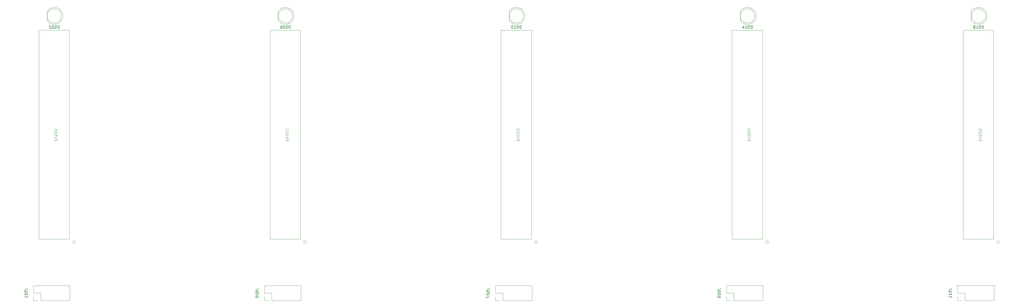
<source format=gbr>
%TF.GenerationSoftware,KiCad,Pcbnew,7.0.8*%
%TF.CreationDate,2023-11-15T12:02:35+01:00*%
%TF.ProjectId,JL,4a4c2e6b-6963-4616-945f-706362585858,rev?*%
%TF.SameCoordinates,Original*%
%TF.FileFunction,Legend,Bot*%
%TF.FilePolarity,Positive*%
%FSLAX46Y46*%
G04 Gerber Fmt 4.6, Leading zero omitted, Abs format (unit mm)*
G04 Created by KiCad (PCBNEW 7.0.8) date 2023-11-15 12:02:35*
%MOMM*%
%LPD*%
G01*
G04 APERTURE LIST*
%ADD10C,0.150000*%
%ADD11C,0.100000*%
%ADD12C,0.120000*%
G04 APERTURE END LIST*
D10*
X186255501Y-609442308D02*
X186969786Y-609442308D01*
X186969786Y-609442308D02*
X187112643Y-609394689D01*
X187112643Y-609394689D02*
X187207882Y-609299451D01*
X187207882Y-609299451D02*
X187255501Y-609156594D01*
X187255501Y-609156594D02*
X187255501Y-609061356D01*
X186255501Y-610394689D02*
X186255501Y-609918499D01*
X186255501Y-609918499D02*
X186731691Y-609870880D01*
X186731691Y-609870880D02*
X186684072Y-609918499D01*
X186684072Y-609918499D02*
X186636453Y-610013737D01*
X186636453Y-610013737D02*
X186636453Y-610251832D01*
X186636453Y-610251832D02*
X186684072Y-610347070D01*
X186684072Y-610347070D02*
X186731691Y-610394689D01*
X186731691Y-610394689D02*
X186826929Y-610442308D01*
X186826929Y-610442308D02*
X187065024Y-610442308D01*
X187065024Y-610442308D02*
X187160262Y-610394689D01*
X187160262Y-610394689D02*
X187207882Y-610347070D01*
X187207882Y-610347070D02*
X187255501Y-610251832D01*
X187255501Y-610251832D02*
X187255501Y-610013737D01*
X187255501Y-610013737D02*
X187207882Y-609918499D01*
X187207882Y-609918499D02*
X187160262Y-609870880D01*
X186255501Y-611061356D02*
X186255501Y-611156594D01*
X186255501Y-611156594D02*
X186303120Y-611251832D01*
X186303120Y-611251832D02*
X186350739Y-611299451D01*
X186350739Y-611299451D02*
X186445977Y-611347070D01*
X186445977Y-611347070D02*
X186636453Y-611394689D01*
X186636453Y-611394689D02*
X186874548Y-611394689D01*
X186874548Y-611394689D02*
X187065024Y-611347070D01*
X187065024Y-611347070D02*
X187160262Y-611299451D01*
X187160262Y-611299451D02*
X187207882Y-611251832D01*
X187207882Y-611251832D02*
X187255501Y-611156594D01*
X187255501Y-611156594D02*
X187255501Y-611061356D01*
X187255501Y-611061356D02*
X187207882Y-610966118D01*
X187207882Y-610966118D02*
X187160262Y-610918499D01*
X187160262Y-610918499D02*
X187065024Y-610870880D01*
X187065024Y-610870880D02*
X186874548Y-610823261D01*
X186874548Y-610823261D02*
X186636453Y-610823261D01*
X186636453Y-610823261D02*
X186445977Y-610870880D01*
X186445977Y-610870880D02*
X186350739Y-610918499D01*
X186350739Y-610918499D02*
X186303120Y-610966118D01*
X186303120Y-610966118D02*
X186255501Y-611061356D01*
X186255501Y-612299451D02*
X186255501Y-611823261D01*
X186255501Y-611823261D02*
X186731691Y-611775642D01*
X186731691Y-611775642D02*
X186684072Y-611823261D01*
X186684072Y-611823261D02*
X186636453Y-611918499D01*
X186636453Y-611918499D02*
X186636453Y-612156594D01*
X186636453Y-612156594D02*
X186684072Y-612251832D01*
X186684072Y-612251832D02*
X186731691Y-612299451D01*
X186731691Y-612299451D02*
X186826929Y-612347070D01*
X186826929Y-612347070D02*
X187065024Y-612347070D01*
X187065024Y-612347070D02*
X187160262Y-612299451D01*
X187160262Y-612299451D02*
X187207882Y-612251832D01*
X187207882Y-612251832D02*
X187255501Y-612156594D01*
X187255501Y-612156594D02*
X187255501Y-611918499D01*
X187255501Y-611918499D02*
X187207882Y-611823261D01*
X187207882Y-611823261D02*
X187160262Y-611775642D01*
D11*
X196703262Y-556670642D02*
X197179453Y-557003975D01*
X196703262Y-557242070D02*
X197703262Y-557242070D01*
X197703262Y-557242070D02*
X197703262Y-556861118D01*
X197703262Y-556861118D02*
X197655643Y-556765880D01*
X197655643Y-556765880D02*
X197608024Y-556718261D01*
X197608024Y-556718261D02*
X197512786Y-556670642D01*
X197512786Y-556670642D02*
X197369929Y-556670642D01*
X197369929Y-556670642D02*
X197274691Y-556718261D01*
X197274691Y-556718261D02*
X197227072Y-556765880D01*
X197227072Y-556765880D02*
X197179453Y-556861118D01*
X197179453Y-556861118D02*
X197179453Y-557242070D01*
X197703262Y-556384927D02*
X196703262Y-556051594D01*
X196703262Y-556051594D02*
X197703262Y-555718261D01*
X197703262Y-554908737D02*
X197703262Y-555384927D01*
X197703262Y-555384927D02*
X197227072Y-555432546D01*
X197227072Y-555432546D02*
X197274691Y-555384927D01*
X197274691Y-555384927D02*
X197322310Y-555289689D01*
X197322310Y-555289689D02*
X197322310Y-555051594D01*
X197322310Y-555051594D02*
X197274691Y-554956356D01*
X197274691Y-554956356D02*
X197227072Y-554908737D01*
X197227072Y-554908737D02*
X197131834Y-554861118D01*
X197131834Y-554861118D02*
X196893739Y-554861118D01*
X196893739Y-554861118D02*
X196798501Y-554908737D01*
X196798501Y-554908737D02*
X196750882Y-554956356D01*
X196750882Y-554956356D02*
X196703262Y-555051594D01*
X196703262Y-555051594D02*
X196703262Y-555289689D01*
X196703262Y-555289689D02*
X196750882Y-555384927D01*
X196750882Y-555384927D02*
X196798501Y-555432546D01*
X197703262Y-554242070D02*
X197703262Y-554146832D01*
X197703262Y-554146832D02*
X197655643Y-554051594D01*
X197655643Y-554051594D02*
X197608024Y-554003975D01*
X197608024Y-554003975D02*
X197512786Y-553956356D01*
X197512786Y-553956356D02*
X197322310Y-553908737D01*
X197322310Y-553908737D02*
X197084215Y-553908737D01*
X197084215Y-553908737D02*
X196893739Y-553956356D01*
X196893739Y-553956356D02*
X196798501Y-554003975D01*
X196798501Y-554003975D02*
X196750882Y-554051594D01*
X196750882Y-554051594D02*
X196703262Y-554146832D01*
X196703262Y-554146832D02*
X196703262Y-554242070D01*
X196703262Y-554242070D02*
X196750882Y-554337308D01*
X196750882Y-554337308D02*
X196798501Y-554384927D01*
X196798501Y-554384927D02*
X196893739Y-554432546D01*
X196893739Y-554432546D02*
X197084215Y-554480165D01*
X197084215Y-554480165D02*
X197322310Y-554480165D01*
X197322310Y-554480165D02*
X197512786Y-554432546D01*
X197512786Y-554432546D02*
X197608024Y-554384927D01*
X197608024Y-554384927D02*
X197655643Y-554337308D01*
X197655643Y-554337308D02*
X197703262Y-554242070D01*
X197608024Y-553527784D02*
X197655643Y-553480165D01*
X197655643Y-553480165D02*
X197703262Y-553384927D01*
X197703262Y-553384927D02*
X197703262Y-553146832D01*
X197703262Y-553146832D02*
X197655643Y-553051594D01*
X197655643Y-553051594D02*
X197608024Y-553003975D01*
X197608024Y-553003975D02*
X197512786Y-552956356D01*
X197512786Y-552956356D02*
X197417548Y-552956356D01*
X197417548Y-552956356D02*
X197274691Y-553003975D01*
X197274691Y-553003975D02*
X196703262Y-553575403D01*
X196703262Y-553575403D02*
X196703262Y-552956356D01*
X277703262Y-556670642D02*
X278179453Y-557003975D01*
X277703262Y-557242070D02*
X278703262Y-557242070D01*
X278703262Y-557242070D02*
X278703262Y-556861118D01*
X278703262Y-556861118D02*
X278655643Y-556765880D01*
X278655643Y-556765880D02*
X278608024Y-556718261D01*
X278608024Y-556718261D02*
X278512786Y-556670642D01*
X278512786Y-556670642D02*
X278369929Y-556670642D01*
X278369929Y-556670642D02*
X278274691Y-556718261D01*
X278274691Y-556718261D02*
X278227072Y-556765880D01*
X278227072Y-556765880D02*
X278179453Y-556861118D01*
X278179453Y-556861118D02*
X278179453Y-557242070D01*
X278703262Y-556384927D02*
X277703262Y-556051594D01*
X277703262Y-556051594D02*
X278703262Y-555718261D01*
X278703262Y-554908737D02*
X278703262Y-555384927D01*
X278703262Y-555384927D02*
X278227072Y-555432546D01*
X278227072Y-555432546D02*
X278274691Y-555384927D01*
X278274691Y-555384927D02*
X278322310Y-555289689D01*
X278322310Y-555289689D02*
X278322310Y-555051594D01*
X278322310Y-555051594D02*
X278274691Y-554956356D01*
X278274691Y-554956356D02*
X278227072Y-554908737D01*
X278227072Y-554908737D02*
X278131834Y-554861118D01*
X278131834Y-554861118D02*
X277893739Y-554861118D01*
X277893739Y-554861118D02*
X277798501Y-554908737D01*
X277798501Y-554908737D02*
X277750882Y-554956356D01*
X277750882Y-554956356D02*
X277703262Y-555051594D01*
X277703262Y-555051594D02*
X277703262Y-555289689D01*
X277703262Y-555289689D02*
X277750882Y-555384927D01*
X277750882Y-555384927D02*
X277798501Y-555432546D01*
X278703262Y-554242070D02*
X278703262Y-554146832D01*
X278703262Y-554146832D02*
X278655643Y-554051594D01*
X278655643Y-554051594D02*
X278608024Y-554003975D01*
X278608024Y-554003975D02*
X278512786Y-553956356D01*
X278512786Y-553956356D02*
X278322310Y-553908737D01*
X278322310Y-553908737D02*
X278084215Y-553908737D01*
X278084215Y-553908737D02*
X277893739Y-553956356D01*
X277893739Y-553956356D02*
X277798501Y-554003975D01*
X277798501Y-554003975D02*
X277750882Y-554051594D01*
X277750882Y-554051594D02*
X277703262Y-554146832D01*
X277703262Y-554146832D02*
X277703262Y-554242070D01*
X277703262Y-554242070D02*
X277750882Y-554337308D01*
X277750882Y-554337308D02*
X277798501Y-554384927D01*
X277798501Y-554384927D02*
X277893739Y-554432546D01*
X277893739Y-554432546D02*
X278084215Y-554480165D01*
X278084215Y-554480165D02*
X278322310Y-554480165D01*
X278322310Y-554480165D02*
X278512786Y-554432546D01*
X278512786Y-554432546D02*
X278608024Y-554384927D01*
X278608024Y-554384927D02*
X278655643Y-554337308D01*
X278655643Y-554337308D02*
X278703262Y-554242070D01*
X278703262Y-553575403D02*
X278703262Y-552956356D01*
X278703262Y-552956356D02*
X278322310Y-553289689D01*
X278322310Y-553289689D02*
X278322310Y-553146832D01*
X278322310Y-553146832D02*
X278274691Y-553051594D01*
X278274691Y-553051594D02*
X278227072Y-553003975D01*
X278227072Y-553003975D02*
X278131834Y-552956356D01*
X278131834Y-552956356D02*
X277893739Y-552956356D01*
X277893739Y-552956356D02*
X277798501Y-553003975D01*
X277798501Y-553003975D02*
X277750882Y-553051594D01*
X277750882Y-553051594D02*
X277703262Y-553146832D01*
X277703262Y-553146832D02*
X277703262Y-553432546D01*
X277703262Y-553432546D02*
X277750882Y-553527784D01*
X277750882Y-553527784D02*
X277798501Y-553575403D01*
D10*
X441361157Y-517762842D02*
X441361157Y-516762842D01*
X441361157Y-516762842D02*
X441123062Y-516762842D01*
X441123062Y-516762842D02*
X440980205Y-516810461D01*
X440980205Y-516810461D02*
X440884967Y-516905699D01*
X440884967Y-516905699D02*
X440837348Y-517000937D01*
X440837348Y-517000937D02*
X440789729Y-517191413D01*
X440789729Y-517191413D02*
X440789729Y-517334270D01*
X440789729Y-517334270D02*
X440837348Y-517524746D01*
X440837348Y-517524746D02*
X440884967Y-517619984D01*
X440884967Y-517619984D02*
X440980205Y-517715223D01*
X440980205Y-517715223D02*
X441123062Y-517762842D01*
X441123062Y-517762842D02*
X441361157Y-517762842D01*
X439884967Y-516762842D02*
X440361157Y-516762842D01*
X440361157Y-516762842D02*
X440408776Y-517239032D01*
X440408776Y-517239032D02*
X440361157Y-517191413D01*
X440361157Y-517191413D02*
X440265919Y-517143794D01*
X440265919Y-517143794D02*
X440027824Y-517143794D01*
X440027824Y-517143794D02*
X439932586Y-517191413D01*
X439932586Y-517191413D02*
X439884967Y-517239032D01*
X439884967Y-517239032D02*
X439837348Y-517334270D01*
X439837348Y-517334270D02*
X439837348Y-517572365D01*
X439837348Y-517572365D02*
X439884967Y-517667603D01*
X439884967Y-517667603D02*
X439932586Y-517715223D01*
X439932586Y-517715223D02*
X440027824Y-517762842D01*
X440027824Y-517762842D02*
X440265919Y-517762842D01*
X440265919Y-517762842D02*
X440361157Y-517715223D01*
X440361157Y-517715223D02*
X440408776Y-517667603D01*
X438884967Y-517762842D02*
X439456395Y-517762842D01*
X439170681Y-517762842D02*
X439170681Y-516762842D01*
X439170681Y-516762842D02*
X439265919Y-516905699D01*
X439265919Y-516905699D02*
X439361157Y-517000937D01*
X439361157Y-517000937D02*
X439456395Y-517048556D01*
X438313538Y-517191413D02*
X438408776Y-517143794D01*
X438408776Y-517143794D02*
X438456395Y-517096175D01*
X438456395Y-517096175D02*
X438504014Y-517000937D01*
X438504014Y-517000937D02*
X438504014Y-516953318D01*
X438504014Y-516953318D02*
X438456395Y-516858080D01*
X438456395Y-516858080D02*
X438408776Y-516810461D01*
X438408776Y-516810461D02*
X438313538Y-516762842D01*
X438313538Y-516762842D02*
X438123062Y-516762842D01*
X438123062Y-516762842D02*
X438027824Y-516810461D01*
X438027824Y-516810461D02*
X437980205Y-516858080D01*
X437980205Y-516858080D02*
X437932586Y-516953318D01*
X437932586Y-516953318D02*
X437932586Y-517000937D01*
X437932586Y-517000937D02*
X437980205Y-517096175D01*
X437980205Y-517096175D02*
X438027824Y-517143794D01*
X438027824Y-517143794D02*
X438123062Y-517191413D01*
X438123062Y-517191413D02*
X438313538Y-517191413D01*
X438313538Y-517191413D02*
X438408776Y-517239032D01*
X438408776Y-517239032D02*
X438456395Y-517286651D01*
X438456395Y-517286651D02*
X438504014Y-517381889D01*
X438504014Y-517381889D02*
X438504014Y-517572365D01*
X438504014Y-517572365D02*
X438456395Y-517667603D01*
X438456395Y-517667603D02*
X438408776Y-517715223D01*
X438408776Y-517715223D02*
X438313538Y-517762842D01*
X438313538Y-517762842D02*
X438123062Y-517762842D01*
X438123062Y-517762842D02*
X438027824Y-517715223D01*
X438027824Y-517715223D02*
X437980205Y-517667603D01*
X437980205Y-517667603D02*
X437932586Y-517572365D01*
X437932586Y-517572365D02*
X437932586Y-517381889D01*
X437932586Y-517381889D02*
X437980205Y-517286651D01*
X437980205Y-517286651D02*
X438027824Y-517239032D01*
X438027824Y-517239032D02*
X438123062Y-517191413D01*
X429255501Y-609442308D02*
X429969786Y-609442308D01*
X429969786Y-609442308D02*
X430112643Y-609394689D01*
X430112643Y-609394689D02*
X430207882Y-609299451D01*
X430207882Y-609299451D02*
X430255501Y-609156594D01*
X430255501Y-609156594D02*
X430255501Y-609061356D01*
X429255501Y-610394689D02*
X429255501Y-609918499D01*
X429255501Y-609918499D02*
X429731691Y-609870880D01*
X429731691Y-609870880D02*
X429684072Y-609918499D01*
X429684072Y-609918499D02*
X429636453Y-610013737D01*
X429636453Y-610013737D02*
X429636453Y-610251832D01*
X429636453Y-610251832D02*
X429684072Y-610347070D01*
X429684072Y-610347070D02*
X429731691Y-610394689D01*
X429731691Y-610394689D02*
X429826929Y-610442308D01*
X429826929Y-610442308D02*
X430065024Y-610442308D01*
X430065024Y-610442308D02*
X430160262Y-610394689D01*
X430160262Y-610394689D02*
X430207882Y-610347070D01*
X430207882Y-610347070D02*
X430255501Y-610251832D01*
X430255501Y-610251832D02*
X430255501Y-610013737D01*
X430255501Y-610013737D02*
X430207882Y-609918499D01*
X430207882Y-609918499D02*
X430160262Y-609870880D01*
X430255501Y-611394689D02*
X430255501Y-610823261D01*
X430255501Y-611108975D02*
X429255501Y-611108975D01*
X429255501Y-611108975D02*
X429398358Y-611013737D01*
X429398358Y-611013737D02*
X429493596Y-610918499D01*
X429493596Y-610918499D02*
X429541215Y-610823261D01*
X430255501Y-612347070D02*
X430255501Y-611775642D01*
X430255501Y-612061356D02*
X429255501Y-612061356D01*
X429255501Y-612061356D02*
X429398358Y-611966118D01*
X429398358Y-611966118D02*
X429493596Y-611870880D01*
X429493596Y-611870880D02*
X429541215Y-611775642D01*
X360361157Y-517762842D02*
X360361157Y-516762842D01*
X360361157Y-516762842D02*
X360123062Y-516762842D01*
X360123062Y-516762842D02*
X359980205Y-516810461D01*
X359980205Y-516810461D02*
X359884967Y-516905699D01*
X359884967Y-516905699D02*
X359837348Y-517000937D01*
X359837348Y-517000937D02*
X359789729Y-517191413D01*
X359789729Y-517191413D02*
X359789729Y-517334270D01*
X359789729Y-517334270D02*
X359837348Y-517524746D01*
X359837348Y-517524746D02*
X359884967Y-517619984D01*
X359884967Y-517619984D02*
X359980205Y-517715223D01*
X359980205Y-517715223D02*
X360123062Y-517762842D01*
X360123062Y-517762842D02*
X360361157Y-517762842D01*
X358884967Y-516762842D02*
X359361157Y-516762842D01*
X359361157Y-516762842D02*
X359408776Y-517239032D01*
X359408776Y-517239032D02*
X359361157Y-517191413D01*
X359361157Y-517191413D02*
X359265919Y-517143794D01*
X359265919Y-517143794D02*
X359027824Y-517143794D01*
X359027824Y-517143794D02*
X358932586Y-517191413D01*
X358932586Y-517191413D02*
X358884967Y-517239032D01*
X358884967Y-517239032D02*
X358837348Y-517334270D01*
X358837348Y-517334270D02*
X358837348Y-517572365D01*
X358837348Y-517572365D02*
X358884967Y-517667603D01*
X358884967Y-517667603D02*
X358932586Y-517715223D01*
X358932586Y-517715223D02*
X359027824Y-517762842D01*
X359027824Y-517762842D02*
X359265919Y-517762842D01*
X359265919Y-517762842D02*
X359361157Y-517715223D01*
X359361157Y-517715223D02*
X359408776Y-517667603D01*
X357884967Y-517762842D02*
X358456395Y-517762842D01*
X358170681Y-517762842D02*
X358170681Y-516762842D01*
X358170681Y-516762842D02*
X358265919Y-516905699D01*
X358265919Y-516905699D02*
X358361157Y-517000937D01*
X358361157Y-517000937D02*
X358456395Y-517048556D01*
X357027824Y-517096175D02*
X357027824Y-517762842D01*
X357265919Y-516715223D02*
X357504014Y-517429508D01*
X357504014Y-517429508D02*
X356884967Y-517429508D01*
D11*
X115703262Y-556670642D02*
X116179453Y-557003975D01*
X115703262Y-557242070D02*
X116703262Y-557242070D01*
X116703262Y-557242070D02*
X116703262Y-556861118D01*
X116703262Y-556861118D02*
X116655643Y-556765880D01*
X116655643Y-556765880D02*
X116608024Y-556718261D01*
X116608024Y-556718261D02*
X116512786Y-556670642D01*
X116512786Y-556670642D02*
X116369929Y-556670642D01*
X116369929Y-556670642D02*
X116274691Y-556718261D01*
X116274691Y-556718261D02*
X116227072Y-556765880D01*
X116227072Y-556765880D02*
X116179453Y-556861118D01*
X116179453Y-556861118D02*
X116179453Y-557242070D01*
X116703262Y-556384927D02*
X115703262Y-556051594D01*
X115703262Y-556051594D02*
X116703262Y-555718261D01*
X116703262Y-554908737D02*
X116703262Y-555384927D01*
X116703262Y-555384927D02*
X116227072Y-555432546D01*
X116227072Y-555432546D02*
X116274691Y-555384927D01*
X116274691Y-555384927D02*
X116322310Y-555289689D01*
X116322310Y-555289689D02*
X116322310Y-555051594D01*
X116322310Y-555051594D02*
X116274691Y-554956356D01*
X116274691Y-554956356D02*
X116227072Y-554908737D01*
X116227072Y-554908737D02*
X116131834Y-554861118D01*
X116131834Y-554861118D02*
X115893739Y-554861118D01*
X115893739Y-554861118D02*
X115798501Y-554908737D01*
X115798501Y-554908737D02*
X115750882Y-554956356D01*
X115750882Y-554956356D02*
X115703262Y-555051594D01*
X115703262Y-555051594D02*
X115703262Y-555289689D01*
X115703262Y-555289689D02*
X115750882Y-555384927D01*
X115750882Y-555384927D02*
X115798501Y-555432546D01*
X116703262Y-554242070D02*
X116703262Y-554146832D01*
X116703262Y-554146832D02*
X116655643Y-554051594D01*
X116655643Y-554051594D02*
X116608024Y-554003975D01*
X116608024Y-554003975D02*
X116512786Y-553956356D01*
X116512786Y-553956356D02*
X116322310Y-553908737D01*
X116322310Y-553908737D02*
X116084215Y-553908737D01*
X116084215Y-553908737D02*
X115893739Y-553956356D01*
X115893739Y-553956356D02*
X115798501Y-554003975D01*
X115798501Y-554003975D02*
X115750882Y-554051594D01*
X115750882Y-554051594D02*
X115703262Y-554146832D01*
X115703262Y-554146832D02*
X115703262Y-554242070D01*
X115703262Y-554242070D02*
X115750882Y-554337308D01*
X115750882Y-554337308D02*
X115798501Y-554384927D01*
X115798501Y-554384927D02*
X115893739Y-554432546D01*
X115893739Y-554432546D02*
X116084215Y-554480165D01*
X116084215Y-554480165D02*
X116322310Y-554480165D01*
X116322310Y-554480165D02*
X116512786Y-554432546D01*
X116512786Y-554432546D02*
X116608024Y-554384927D01*
X116608024Y-554384927D02*
X116655643Y-554337308D01*
X116655643Y-554337308D02*
X116703262Y-554242070D01*
X115703262Y-552956356D02*
X115703262Y-553527784D01*
X115703262Y-553242070D02*
X116703262Y-553242070D01*
X116703262Y-553242070D02*
X116560405Y-553337308D01*
X116560405Y-553337308D02*
X116465167Y-553432546D01*
X116465167Y-553432546D02*
X116417548Y-553527784D01*
D10*
X117361157Y-517762842D02*
X117361157Y-516762842D01*
X117361157Y-516762842D02*
X117123062Y-516762842D01*
X117123062Y-516762842D02*
X116980205Y-516810461D01*
X116980205Y-516810461D02*
X116884967Y-516905699D01*
X116884967Y-516905699D02*
X116837348Y-517000937D01*
X116837348Y-517000937D02*
X116789729Y-517191413D01*
X116789729Y-517191413D02*
X116789729Y-517334270D01*
X116789729Y-517334270D02*
X116837348Y-517524746D01*
X116837348Y-517524746D02*
X116884967Y-517619984D01*
X116884967Y-517619984D02*
X116980205Y-517715223D01*
X116980205Y-517715223D02*
X117123062Y-517762842D01*
X117123062Y-517762842D02*
X117361157Y-517762842D01*
X115884967Y-516762842D02*
X116361157Y-516762842D01*
X116361157Y-516762842D02*
X116408776Y-517239032D01*
X116408776Y-517239032D02*
X116361157Y-517191413D01*
X116361157Y-517191413D02*
X116265919Y-517143794D01*
X116265919Y-517143794D02*
X116027824Y-517143794D01*
X116027824Y-517143794D02*
X115932586Y-517191413D01*
X115932586Y-517191413D02*
X115884967Y-517239032D01*
X115884967Y-517239032D02*
X115837348Y-517334270D01*
X115837348Y-517334270D02*
X115837348Y-517572365D01*
X115837348Y-517572365D02*
X115884967Y-517667603D01*
X115884967Y-517667603D02*
X115932586Y-517715223D01*
X115932586Y-517715223D02*
X116027824Y-517762842D01*
X116027824Y-517762842D02*
X116265919Y-517762842D01*
X116265919Y-517762842D02*
X116361157Y-517715223D01*
X116361157Y-517715223D02*
X116408776Y-517667603D01*
X115218300Y-516762842D02*
X115123062Y-516762842D01*
X115123062Y-516762842D02*
X115027824Y-516810461D01*
X115027824Y-516810461D02*
X114980205Y-516858080D01*
X114980205Y-516858080D02*
X114932586Y-516953318D01*
X114932586Y-516953318D02*
X114884967Y-517143794D01*
X114884967Y-517143794D02*
X114884967Y-517381889D01*
X114884967Y-517381889D02*
X114932586Y-517572365D01*
X114932586Y-517572365D02*
X114980205Y-517667603D01*
X114980205Y-517667603D02*
X115027824Y-517715223D01*
X115027824Y-517715223D02*
X115123062Y-517762842D01*
X115123062Y-517762842D02*
X115218300Y-517762842D01*
X115218300Y-517762842D02*
X115313538Y-517715223D01*
X115313538Y-517715223D02*
X115361157Y-517667603D01*
X115361157Y-517667603D02*
X115408776Y-517572365D01*
X115408776Y-517572365D02*
X115456395Y-517381889D01*
X115456395Y-517381889D02*
X115456395Y-517143794D01*
X115456395Y-517143794D02*
X115408776Y-516953318D01*
X115408776Y-516953318D02*
X115361157Y-516858080D01*
X115361157Y-516858080D02*
X115313538Y-516810461D01*
X115313538Y-516810461D02*
X115218300Y-516762842D01*
X114504014Y-516858080D02*
X114456395Y-516810461D01*
X114456395Y-516810461D02*
X114361157Y-516762842D01*
X114361157Y-516762842D02*
X114123062Y-516762842D01*
X114123062Y-516762842D02*
X114027824Y-516810461D01*
X114027824Y-516810461D02*
X113980205Y-516858080D01*
X113980205Y-516858080D02*
X113932586Y-516953318D01*
X113932586Y-516953318D02*
X113932586Y-517048556D01*
X113932586Y-517048556D02*
X113980205Y-517191413D01*
X113980205Y-517191413D02*
X114551633Y-517762842D01*
X114551633Y-517762842D02*
X113932586Y-517762842D01*
X348255501Y-609442308D02*
X348969786Y-609442308D01*
X348969786Y-609442308D02*
X349112643Y-609394689D01*
X349112643Y-609394689D02*
X349207882Y-609299451D01*
X349207882Y-609299451D02*
X349255501Y-609156594D01*
X349255501Y-609156594D02*
X349255501Y-609061356D01*
X348255501Y-610394689D02*
X348255501Y-609918499D01*
X348255501Y-609918499D02*
X348731691Y-609870880D01*
X348731691Y-609870880D02*
X348684072Y-609918499D01*
X348684072Y-609918499D02*
X348636453Y-610013737D01*
X348636453Y-610013737D02*
X348636453Y-610251832D01*
X348636453Y-610251832D02*
X348684072Y-610347070D01*
X348684072Y-610347070D02*
X348731691Y-610394689D01*
X348731691Y-610394689D02*
X348826929Y-610442308D01*
X348826929Y-610442308D02*
X349065024Y-610442308D01*
X349065024Y-610442308D02*
X349160262Y-610394689D01*
X349160262Y-610394689D02*
X349207882Y-610347070D01*
X349207882Y-610347070D02*
X349255501Y-610251832D01*
X349255501Y-610251832D02*
X349255501Y-610013737D01*
X349255501Y-610013737D02*
X349207882Y-609918499D01*
X349207882Y-609918499D02*
X349160262Y-609870880D01*
X348255501Y-611061356D02*
X348255501Y-611156594D01*
X348255501Y-611156594D02*
X348303120Y-611251832D01*
X348303120Y-611251832D02*
X348350739Y-611299451D01*
X348350739Y-611299451D02*
X348445977Y-611347070D01*
X348445977Y-611347070D02*
X348636453Y-611394689D01*
X348636453Y-611394689D02*
X348874548Y-611394689D01*
X348874548Y-611394689D02*
X349065024Y-611347070D01*
X349065024Y-611347070D02*
X349160262Y-611299451D01*
X349160262Y-611299451D02*
X349207882Y-611251832D01*
X349207882Y-611251832D02*
X349255501Y-611156594D01*
X349255501Y-611156594D02*
X349255501Y-611061356D01*
X349255501Y-611061356D02*
X349207882Y-610966118D01*
X349207882Y-610966118D02*
X349160262Y-610918499D01*
X349160262Y-610918499D02*
X349065024Y-610870880D01*
X349065024Y-610870880D02*
X348874548Y-610823261D01*
X348874548Y-610823261D02*
X348636453Y-610823261D01*
X348636453Y-610823261D02*
X348445977Y-610870880D01*
X348445977Y-610870880D02*
X348350739Y-610918499D01*
X348350739Y-610918499D02*
X348303120Y-610966118D01*
X348303120Y-610966118D02*
X348255501Y-611061356D01*
X349255501Y-611870880D02*
X349255501Y-612061356D01*
X349255501Y-612061356D02*
X349207882Y-612156594D01*
X349207882Y-612156594D02*
X349160262Y-612204213D01*
X349160262Y-612204213D02*
X349017405Y-612299451D01*
X349017405Y-612299451D02*
X348826929Y-612347070D01*
X348826929Y-612347070D02*
X348445977Y-612347070D01*
X348445977Y-612347070D02*
X348350739Y-612299451D01*
X348350739Y-612299451D02*
X348303120Y-612251832D01*
X348303120Y-612251832D02*
X348255501Y-612156594D01*
X348255501Y-612156594D02*
X348255501Y-611966118D01*
X348255501Y-611966118D02*
X348303120Y-611870880D01*
X348303120Y-611870880D02*
X348350739Y-611823261D01*
X348350739Y-611823261D02*
X348445977Y-611775642D01*
X348445977Y-611775642D02*
X348684072Y-611775642D01*
X348684072Y-611775642D02*
X348779310Y-611823261D01*
X348779310Y-611823261D02*
X348826929Y-611870880D01*
X348826929Y-611870880D02*
X348874548Y-611966118D01*
X348874548Y-611966118D02*
X348874548Y-612156594D01*
X348874548Y-612156594D02*
X348826929Y-612251832D01*
X348826929Y-612251832D02*
X348779310Y-612299451D01*
X348779310Y-612299451D02*
X348684072Y-612347070D01*
X198361157Y-517762842D02*
X198361157Y-516762842D01*
X198361157Y-516762842D02*
X198123062Y-516762842D01*
X198123062Y-516762842D02*
X197980205Y-516810461D01*
X197980205Y-516810461D02*
X197884967Y-516905699D01*
X197884967Y-516905699D02*
X197837348Y-517000937D01*
X197837348Y-517000937D02*
X197789729Y-517191413D01*
X197789729Y-517191413D02*
X197789729Y-517334270D01*
X197789729Y-517334270D02*
X197837348Y-517524746D01*
X197837348Y-517524746D02*
X197884967Y-517619984D01*
X197884967Y-517619984D02*
X197980205Y-517715223D01*
X197980205Y-517715223D02*
X198123062Y-517762842D01*
X198123062Y-517762842D02*
X198361157Y-517762842D01*
X196884967Y-516762842D02*
X197361157Y-516762842D01*
X197361157Y-516762842D02*
X197408776Y-517239032D01*
X197408776Y-517239032D02*
X197361157Y-517191413D01*
X197361157Y-517191413D02*
X197265919Y-517143794D01*
X197265919Y-517143794D02*
X197027824Y-517143794D01*
X197027824Y-517143794D02*
X196932586Y-517191413D01*
X196932586Y-517191413D02*
X196884967Y-517239032D01*
X196884967Y-517239032D02*
X196837348Y-517334270D01*
X196837348Y-517334270D02*
X196837348Y-517572365D01*
X196837348Y-517572365D02*
X196884967Y-517667603D01*
X196884967Y-517667603D02*
X196932586Y-517715223D01*
X196932586Y-517715223D02*
X197027824Y-517762842D01*
X197027824Y-517762842D02*
X197265919Y-517762842D01*
X197265919Y-517762842D02*
X197361157Y-517715223D01*
X197361157Y-517715223D02*
X197408776Y-517667603D01*
X196218300Y-516762842D02*
X196123062Y-516762842D01*
X196123062Y-516762842D02*
X196027824Y-516810461D01*
X196027824Y-516810461D02*
X195980205Y-516858080D01*
X195980205Y-516858080D02*
X195932586Y-516953318D01*
X195932586Y-516953318D02*
X195884967Y-517143794D01*
X195884967Y-517143794D02*
X195884967Y-517381889D01*
X195884967Y-517381889D02*
X195932586Y-517572365D01*
X195932586Y-517572365D02*
X195980205Y-517667603D01*
X195980205Y-517667603D02*
X196027824Y-517715223D01*
X196027824Y-517715223D02*
X196123062Y-517762842D01*
X196123062Y-517762842D02*
X196218300Y-517762842D01*
X196218300Y-517762842D02*
X196313538Y-517715223D01*
X196313538Y-517715223D02*
X196361157Y-517667603D01*
X196361157Y-517667603D02*
X196408776Y-517572365D01*
X196408776Y-517572365D02*
X196456395Y-517381889D01*
X196456395Y-517381889D02*
X196456395Y-517143794D01*
X196456395Y-517143794D02*
X196408776Y-516953318D01*
X196408776Y-516953318D02*
X196361157Y-516858080D01*
X196361157Y-516858080D02*
X196313538Y-516810461D01*
X196313538Y-516810461D02*
X196218300Y-516762842D01*
X195027824Y-516762842D02*
X195218300Y-516762842D01*
X195218300Y-516762842D02*
X195313538Y-516810461D01*
X195313538Y-516810461D02*
X195361157Y-516858080D01*
X195361157Y-516858080D02*
X195456395Y-517000937D01*
X195456395Y-517000937D02*
X195504014Y-517191413D01*
X195504014Y-517191413D02*
X195504014Y-517572365D01*
X195504014Y-517572365D02*
X195456395Y-517667603D01*
X195456395Y-517667603D02*
X195408776Y-517715223D01*
X195408776Y-517715223D02*
X195313538Y-517762842D01*
X195313538Y-517762842D02*
X195123062Y-517762842D01*
X195123062Y-517762842D02*
X195027824Y-517715223D01*
X195027824Y-517715223D02*
X194980205Y-517667603D01*
X194980205Y-517667603D02*
X194932586Y-517572365D01*
X194932586Y-517572365D02*
X194932586Y-517334270D01*
X194932586Y-517334270D02*
X194980205Y-517239032D01*
X194980205Y-517239032D02*
X195027824Y-517191413D01*
X195027824Y-517191413D02*
X195123062Y-517143794D01*
X195123062Y-517143794D02*
X195313538Y-517143794D01*
X195313538Y-517143794D02*
X195408776Y-517191413D01*
X195408776Y-517191413D02*
X195456395Y-517239032D01*
X195456395Y-517239032D02*
X195504014Y-517334270D01*
D11*
X358703262Y-556670642D02*
X359179453Y-557003975D01*
X358703262Y-557242070D02*
X359703262Y-557242070D01*
X359703262Y-557242070D02*
X359703262Y-556861118D01*
X359703262Y-556861118D02*
X359655643Y-556765880D01*
X359655643Y-556765880D02*
X359608024Y-556718261D01*
X359608024Y-556718261D02*
X359512786Y-556670642D01*
X359512786Y-556670642D02*
X359369929Y-556670642D01*
X359369929Y-556670642D02*
X359274691Y-556718261D01*
X359274691Y-556718261D02*
X359227072Y-556765880D01*
X359227072Y-556765880D02*
X359179453Y-556861118D01*
X359179453Y-556861118D02*
X359179453Y-557242070D01*
X359703262Y-556384927D02*
X358703262Y-556051594D01*
X358703262Y-556051594D02*
X359703262Y-555718261D01*
X359703262Y-554908737D02*
X359703262Y-555384927D01*
X359703262Y-555384927D02*
X359227072Y-555432546D01*
X359227072Y-555432546D02*
X359274691Y-555384927D01*
X359274691Y-555384927D02*
X359322310Y-555289689D01*
X359322310Y-555289689D02*
X359322310Y-555051594D01*
X359322310Y-555051594D02*
X359274691Y-554956356D01*
X359274691Y-554956356D02*
X359227072Y-554908737D01*
X359227072Y-554908737D02*
X359131834Y-554861118D01*
X359131834Y-554861118D02*
X358893739Y-554861118D01*
X358893739Y-554861118D02*
X358798501Y-554908737D01*
X358798501Y-554908737D02*
X358750882Y-554956356D01*
X358750882Y-554956356D02*
X358703262Y-555051594D01*
X358703262Y-555051594D02*
X358703262Y-555289689D01*
X358703262Y-555289689D02*
X358750882Y-555384927D01*
X358750882Y-555384927D02*
X358798501Y-555432546D01*
X359703262Y-554242070D02*
X359703262Y-554146832D01*
X359703262Y-554146832D02*
X359655643Y-554051594D01*
X359655643Y-554051594D02*
X359608024Y-554003975D01*
X359608024Y-554003975D02*
X359512786Y-553956356D01*
X359512786Y-553956356D02*
X359322310Y-553908737D01*
X359322310Y-553908737D02*
X359084215Y-553908737D01*
X359084215Y-553908737D02*
X358893739Y-553956356D01*
X358893739Y-553956356D02*
X358798501Y-554003975D01*
X358798501Y-554003975D02*
X358750882Y-554051594D01*
X358750882Y-554051594D02*
X358703262Y-554146832D01*
X358703262Y-554146832D02*
X358703262Y-554242070D01*
X358703262Y-554242070D02*
X358750882Y-554337308D01*
X358750882Y-554337308D02*
X358798501Y-554384927D01*
X358798501Y-554384927D02*
X358893739Y-554432546D01*
X358893739Y-554432546D02*
X359084215Y-554480165D01*
X359084215Y-554480165D02*
X359322310Y-554480165D01*
X359322310Y-554480165D02*
X359512786Y-554432546D01*
X359512786Y-554432546D02*
X359608024Y-554384927D01*
X359608024Y-554384927D02*
X359655643Y-554337308D01*
X359655643Y-554337308D02*
X359703262Y-554242070D01*
X359369929Y-553051594D02*
X358703262Y-553051594D01*
X359750882Y-553289689D02*
X359036596Y-553527784D01*
X359036596Y-553527784D02*
X359036596Y-552908737D01*
X439703262Y-556670642D02*
X440179453Y-557003975D01*
X439703262Y-557242070D02*
X440703262Y-557242070D01*
X440703262Y-557242070D02*
X440703262Y-556861118D01*
X440703262Y-556861118D02*
X440655643Y-556765880D01*
X440655643Y-556765880D02*
X440608024Y-556718261D01*
X440608024Y-556718261D02*
X440512786Y-556670642D01*
X440512786Y-556670642D02*
X440369929Y-556670642D01*
X440369929Y-556670642D02*
X440274691Y-556718261D01*
X440274691Y-556718261D02*
X440227072Y-556765880D01*
X440227072Y-556765880D02*
X440179453Y-556861118D01*
X440179453Y-556861118D02*
X440179453Y-557242070D01*
X440703262Y-556384927D02*
X439703262Y-556051594D01*
X439703262Y-556051594D02*
X440703262Y-555718261D01*
X440703262Y-554908737D02*
X440703262Y-555384927D01*
X440703262Y-555384927D02*
X440227072Y-555432546D01*
X440227072Y-555432546D02*
X440274691Y-555384927D01*
X440274691Y-555384927D02*
X440322310Y-555289689D01*
X440322310Y-555289689D02*
X440322310Y-555051594D01*
X440322310Y-555051594D02*
X440274691Y-554956356D01*
X440274691Y-554956356D02*
X440227072Y-554908737D01*
X440227072Y-554908737D02*
X440131834Y-554861118D01*
X440131834Y-554861118D02*
X439893739Y-554861118D01*
X439893739Y-554861118D02*
X439798501Y-554908737D01*
X439798501Y-554908737D02*
X439750882Y-554956356D01*
X439750882Y-554956356D02*
X439703262Y-555051594D01*
X439703262Y-555051594D02*
X439703262Y-555289689D01*
X439703262Y-555289689D02*
X439750882Y-555384927D01*
X439750882Y-555384927D02*
X439798501Y-555432546D01*
X440703262Y-554242070D02*
X440703262Y-554146832D01*
X440703262Y-554146832D02*
X440655643Y-554051594D01*
X440655643Y-554051594D02*
X440608024Y-554003975D01*
X440608024Y-554003975D02*
X440512786Y-553956356D01*
X440512786Y-553956356D02*
X440322310Y-553908737D01*
X440322310Y-553908737D02*
X440084215Y-553908737D01*
X440084215Y-553908737D02*
X439893739Y-553956356D01*
X439893739Y-553956356D02*
X439798501Y-554003975D01*
X439798501Y-554003975D02*
X439750882Y-554051594D01*
X439750882Y-554051594D02*
X439703262Y-554146832D01*
X439703262Y-554146832D02*
X439703262Y-554242070D01*
X439703262Y-554242070D02*
X439750882Y-554337308D01*
X439750882Y-554337308D02*
X439798501Y-554384927D01*
X439798501Y-554384927D02*
X439893739Y-554432546D01*
X439893739Y-554432546D02*
X440084215Y-554480165D01*
X440084215Y-554480165D02*
X440322310Y-554480165D01*
X440322310Y-554480165D02*
X440512786Y-554432546D01*
X440512786Y-554432546D02*
X440608024Y-554384927D01*
X440608024Y-554384927D02*
X440655643Y-554337308D01*
X440655643Y-554337308D02*
X440703262Y-554242070D01*
X440703262Y-553003975D02*
X440703262Y-553480165D01*
X440703262Y-553480165D02*
X440227072Y-553527784D01*
X440227072Y-553527784D02*
X440274691Y-553480165D01*
X440274691Y-553480165D02*
X440322310Y-553384927D01*
X440322310Y-553384927D02*
X440322310Y-553146832D01*
X440322310Y-553146832D02*
X440274691Y-553051594D01*
X440274691Y-553051594D02*
X440227072Y-553003975D01*
X440227072Y-553003975D02*
X440131834Y-552956356D01*
X440131834Y-552956356D02*
X439893739Y-552956356D01*
X439893739Y-552956356D02*
X439798501Y-553003975D01*
X439798501Y-553003975D02*
X439750882Y-553051594D01*
X439750882Y-553051594D02*
X439703262Y-553146832D01*
X439703262Y-553146832D02*
X439703262Y-553384927D01*
X439703262Y-553384927D02*
X439750882Y-553480165D01*
X439750882Y-553480165D02*
X439798501Y-553527784D01*
D10*
X279361157Y-517762842D02*
X279361157Y-516762842D01*
X279361157Y-516762842D02*
X279123062Y-516762842D01*
X279123062Y-516762842D02*
X278980205Y-516810461D01*
X278980205Y-516810461D02*
X278884967Y-516905699D01*
X278884967Y-516905699D02*
X278837348Y-517000937D01*
X278837348Y-517000937D02*
X278789729Y-517191413D01*
X278789729Y-517191413D02*
X278789729Y-517334270D01*
X278789729Y-517334270D02*
X278837348Y-517524746D01*
X278837348Y-517524746D02*
X278884967Y-517619984D01*
X278884967Y-517619984D02*
X278980205Y-517715223D01*
X278980205Y-517715223D02*
X279123062Y-517762842D01*
X279123062Y-517762842D02*
X279361157Y-517762842D01*
X277884967Y-516762842D02*
X278361157Y-516762842D01*
X278361157Y-516762842D02*
X278408776Y-517239032D01*
X278408776Y-517239032D02*
X278361157Y-517191413D01*
X278361157Y-517191413D02*
X278265919Y-517143794D01*
X278265919Y-517143794D02*
X278027824Y-517143794D01*
X278027824Y-517143794D02*
X277932586Y-517191413D01*
X277932586Y-517191413D02*
X277884967Y-517239032D01*
X277884967Y-517239032D02*
X277837348Y-517334270D01*
X277837348Y-517334270D02*
X277837348Y-517572365D01*
X277837348Y-517572365D02*
X277884967Y-517667603D01*
X277884967Y-517667603D02*
X277932586Y-517715223D01*
X277932586Y-517715223D02*
X278027824Y-517762842D01*
X278027824Y-517762842D02*
X278265919Y-517762842D01*
X278265919Y-517762842D02*
X278361157Y-517715223D01*
X278361157Y-517715223D02*
X278408776Y-517667603D01*
X276884967Y-517762842D02*
X277456395Y-517762842D01*
X277170681Y-517762842D02*
X277170681Y-516762842D01*
X277170681Y-516762842D02*
X277265919Y-516905699D01*
X277265919Y-516905699D02*
X277361157Y-517000937D01*
X277361157Y-517000937D02*
X277456395Y-517048556D01*
X276265919Y-516762842D02*
X276170681Y-516762842D01*
X276170681Y-516762842D02*
X276075443Y-516810461D01*
X276075443Y-516810461D02*
X276027824Y-516858080D01*
X276027824Y-516858080D02*
X275980205Y-516953318D01*
X275980205Y-516953318D02*
X275932586Y-517143794D01*
X275932586Y-517143794D02*
X275932586Y-517381889D01*
X275932586Y-517381889D02*
X275980205Y-517572365D01*
X275980205Y-517572365D02*
X276027824Y-517667603D01*
X276027824Y-517667603D02*
X276075443Y-517715223D01*
X276075443Y-517715223D02*
X276170681Y-517762842D01*
X276170681Y-517762842D02*
X276265919Y-517762842D01*
X276265919Y-517762842D02*
X276361157Y-517715223D01*
X276361157Y-517715223D02*
X276408776Y-517667603D01*
X276408776Y-517667603D02*
X276456395Y-517572365D01*
X276456395Y-517572365D02*
X276504014Y-517381889D01*
X276504014Y-517381889D02*
X276504014Y-517143794D01*
X276504014Y-517143794D02*
X276456395Y-516953318D01*
X276456395Y-516953318D02*
X276408776Y-516858080D01*
X276408776Y-516858080D02*
X276361157Y-516810461D01*
X276361157Y-516810461D02*
X276265919Y-516762842D01*
X105255501Y-609442308D02*
X105969786Y-609442308D01*
X105969786Y-609442308D02*
X106112643Y-609394689D01*
X106112643Y-609394689D02*
X106207882Y-609299451D01*
X106207882Y-609299451D02*
X106255501Y-609156594D01*
X106255501Y-609156594D02*
X106255501Y-609061356D01*
X105255501Y-610394689D02*
X105255501Y-609918499D01*
X105255501Y-609918499D02*
X105731691Y-609870880D01*
X105731691Y-609870880D02*
X105684072Y-609918499D01*
X105684072Y-609918499D02*
X105636453Y-610013737D01*
X105636453Y-610013737D02*
X105636453Y-610251832D01*
X105636453Y-610251832D02*
X105684072Y-610347070D01*
X105684072Y-610347070D02*
X105731691Y-610394689D01*
X105731691Y-610394689D02*
X105826929Y-610442308D01*
X105826929Y-610442308D02*
X106065024Y-610442308D01*
X106065024Y-610442308D02*
X106160262Y-610394689D01*
X106160262Y-610394689D02*
X106207882Y-610347070D01*
X106207882Y-610347070D02*
X106255501Y-610251832D01*
X106255501Y-610251832D02*
X106255501Y-610013737D01*
X106255501Y-610013737D02*
X106207882Y-609918499D01*
X106207882Y-609918499D02*
X106160262Y-609870880D01*
X105255501Y-611061356D02*
X105255501Y-611156594D01*
X105255501Y-611156594D02*
X105303120Y-611251832D01*
X105303120Y-611251832D02*
X105350739Y-611299451D01*
X105350739Y-611299451D02*
X105445977Y-611347070D01*
X105445977Y-611347070D02*
X105636453Y-611394689D01*
X105636453Y-611394689D02*
X105874548Y-611394689D01*
X105874548Y-611394689D02*
X106065024Y-611347070D01*
X106065024Y-611347070D02*
X106160262Y-611299451D01*
X106160262Y-611299451D02*
X106207882Y-611251832D01*
X106207882Y-611251832D02*
X106255501Y-611156594D01*
X106255501Y-611156594D02*
X106255501Y-611061356D01*
X106255501Y-611061356D02*
X106207882Y-610966118D01*
X106207882Y-610966118D02*
X106160262Y-610918499D01*
X106160262Y-610918499D02*
X106065024Y-610870880D01*
X106065024Y-610870880D02*
X105874548Y-610823261D01*
X105874548Y-610823261D02*
X105636453Y-610823261D01*
X105636453Y-610823261D02*
X105445977Y-610870880D01*
X105445977Y-610870880D02*
X105350739Y-610918499D01*
X105350739Y-610918499D02*
X105303120Y-610966118D01*
X105303120Y-610966118D02*
X105255501Y-611061356D01*
X106255501Y-612347070D02*
X106255501Y-611775642D01*
X106255501Y-612061356D02*
X105255501Y-612061356D01*
X105255501Y-612061356D02*
X105398358Y-611966118D01*
X105398358Y-611966118D02*
X105493596Y-611870880D01*
X105493596Y-611870880D02*
X105541215Y-611775642D01*
X267255501Y-609442308D02*
X267969786Y-609442308D01*
X267969786Y-609442308D02*
X268112643Y-609394689D01*
X268112643Y-609394689D02*
X268207882Y-609299451D01*
X268207882Y-609299451D02*
X268255501Y-609156594D01*
X268255501Y-609156594D02*
X268255501Y-609061356D01*
X267255501Y-610394689D02*
X267255501Y-609918499D01*
X267255501Y-609918499D02*
X267731691Y-609870880D01*
X267731691Y-609870880D02*
X267684072Y-609918499D01*
X267684072Y-609918499D02*
X267636453Y-610013737D01*
X267636453Y-610013737D02*
X267636453Y-610251832D01*
X267636453Y-610251832D02*
X267684072Y-610347070D01*
X267684072Y-610347070D02*
X267731691Y-610394689D01*
X267731691Y-610394689D02*
X267826929Y-610442308D01*
X267826929Y-610442308D02*
X268065024Y-610442308D01*
X268065024Y-610442308D02*
X268160262Y-610394689D01*
X268160262Y-610394689D02*
X268207882Y-610347070D01*
X268207882Y-610347070D02*
X268255501Y-610251832D01*
X268255501Y-610251832D02*
X268255501Y-610013737D01*
X268255501Y-610013737D02*
X268207882Y-609918499D01*
X268207882Y-609918499D02*
X268160262Y-609870880D01*
X267255501Y-611061356D02*
X267255501Y-611156594D01*
X267255501Y-611156594D02*
X267303120Y-611251832D01*
X267303120Y-611251832D02*
X267350739Y-611299451D01*
X267350739Y-611299451D02*
X267445977Y-611347070D01*
X267445977Y-611347070D02*
X267636453Y-611394689D01*
X267636453Y-611394689D02*
X267874548Y-611394689D01*
X267874548Y-611394689D02*
X268065024Y-611347070D01*
X268065024Y-611347070D02*
X268160262Y-611299451D01*
X268160262Y-611299451D02*
X268207882Y-611251832D01*
X268207882Y-611251832D02*
X268255501Y-611156594D01*
X268255501Y-611156594D02*
X268255501Y-611061356D01*
X268255501Y-611061356D02*
X268207882Y-610966118D01*
X268207882Y-610966118D02*
X268160262Y-610918499D01*
X268160262Y-610918499D02*
X268065024Y-610870880D01*
X268065024Y-610870880D02*
X267874548Y-610823261D01*
X267874548Y-610823261D02*
X267636453Y-610823261D01*
X267636453Y-610823261D02*
X267445977Y-610870880D01*
X267445977Y-610870880D02*
X267350739Y-610918499D01*
X267350739Y-610918499D02*
X267303120Y-610966118D01*
X267303120Y-610966118D02*
X267255501Y-611061356D01*
X267255501Y-611728023D02*
X267255501Y-612394689D01*
X267255501Y-612394689D02*
X268255501Y-611966118D01*
D12*
%TO.C,J505*%
X202130682Y-608128023D02*
X202130682Y-613328023D01*
X189310682Y-608128023D02*
X202130682Y-608128023D01*
X189310682Y-608128023D02*
X189310682Y-610728023D01*
X191910682Y-610728023D02*
X191910682Y-613328023D01*
X189310682Y-610728023D02*
X191910682Y-610728023D01*
X189310682Y-611998023D02*
X189310682Y-613328023D01*
X191910682Y-613328023D02*
X202130682Y-613328023D01*
X189310682Y-613328023D02*
X190640682Y-613328023D01*
D11*
%TO.C,RV502*%
X201960682Y-591723023D02*
X191260682Y-591723023D01*
X191260682Y-591723023D02*
X191260682Y-518323023D01*
X191260682Y-518323023D02*
X201960682Y-518323023D01*
X201960682Y-518323023D02*
X201960682Y-591723023D01*
X204060682Y-592823023D02*
G75*
G03*
X204060682Y-592823023I-500000J0D01*
G01*
%TO.C,RV503*%
X282960682Y-591723023D02*
X272260682Y-591723023D01*
X272260682Y-591723023D02*
X272260682Y-518323023D01*
X272260682Y-518323023D02*
X282960682Y-518323023D01*
X282960682Y-518323023D02*
X282960682Y-591723023D01*
X285060682Y-592823023D02*
G75*
G03*
X285060682Y-592823023I-500000J0D01*
G01*
D12*
%TO.C,D518*%
X437110682Y-514893023D02*
X437110682Y-511803023D01*
X442660681Y-513348485D02*
G75*
G03*
X437110683Y-511803193I-2989999J462D01*
G01*
X437110682Y-514892853D02*
G75*
G03*
X442660682Y-513347561I2560000J1544830D01*
G01*
X442170682Y-513348023D02*
G75*
G03*
X442170682Y-513348023I-2500000J0D01*
G01*
%TO.C,J511*%
X445130682Y-608128023D02*
X445130682Y-613328023D01*
X432310682Y-608128023D02*
X445130682Y-608128023D01*
X432310682Y-608128023D02*
X432310682Y-610728023D01*
X434910682Y-610728023D02*
X434910682Y-613328023D01*
X432310682Y-610728023D02*
X434910682Y-610728023D01*
X432310682Y-611998023D02*
X432310682Y-613328023D01*
X434910682Y-613328023D02*
X445130682Y-613328023D01*
X432310682Y-613328023D02*
X433640682Y-613328023D01*
%TO.C,D514*%
X356110682Y-514893023D02*
X356110682Y-511803023D01*
X361660681Y-513348485D02*
G75*
G03*
X356110683Y-511803193I-2989999J462D01*
G01*
X356110682Y-514892853D02*
G75*
G03*
X361660682Y-513347561I2560000J1544830D01*
G01*
X361170682Y-513348023D02*
G75*
G03*
X361170682Y-513348023I-2500000J0D01*
G01*
D11*
%TO.C,RV501*%
X120960682Y-591723023D02*
X110260682Y-591723023D01*
X110260682Y-591723023D02*
X110260682Y-518323023D01*
X110260682Y-518323023D02*
X120960682Y-518323023D01*
X120960682Y-518323023D02*
X120960682Y-591723023D01*
X123060682Y-592823023D02*
G75*
G03*
X123060682Y-592823023I-500000J0D01*
G01*
D12*
%TO.C,D502*%
X113110682Y-514893023D02*
X113110682Y-511803023D01*
X118660681Y-513348485D02*
G75*
G03*
X113110683Y-511803193I-2989999J462D01*
G01*
X113110682Y-514892853D02*
G75*
G03*
X118660682Y-513347561I2560000J1544830D01*
G01*
X118170682Y-513348023D02*
G75*
G03*
X118170682Y-513348023I-2500000J0D01*
G01*
%TO.C,J509*%
X364130682Y-608128023D02*
X364130682Y-613328023D01*
X351310682Y-608128023D02*
X364130682Y-608128023D01*
X351310682Y-608128023D02*
X351310682Y-610728023D01*
X353910682Y-610728023D02*
X353910682Y-613328023D01*
X351310682Y-610728023D02*
X353910682Y-610728023D01*
X351310682Y-611998023D02*
X351310682Y-613328023D01*
X353910682Y-613328023D02*
X364130682Y-613328023D01*
X351310682Y-613328023D02*
X352640682Y-613328023D01*
%TO.C,D506*%
X194110682Y-514893023D02*
X194110682Y-511803023D01*
X199660681Y-513348485D02*
G75*
G03*
X194110683Y-511803193I-2989999J462D01*
G01*
X194110682Y-514892853D02*
G75*
G03*
X199660682Y-513347561I2560000J1544830D01*
G01*
X199170682Y-513348023D02*
G75*
G03*
X199170682Y-513348023I-2500000J0D01*
G01*
D11*
%TO.C,RV504*%
X363960682Y-591723023D02*
X353260682Y-591723023D01*
X353260682Y-591723023D02*
X353260682Y-518323023D01*
X353260682Y-518323023D02*
X363960682Y-518323023D01*
X363960682Y-518323023D02*
X363960682Y-591723023D01*
X366060682Y-592823023D02*
G75*
G03*
X366060682Y-592823023I-500000J0D01*
G01*
%TO.C,RV505*%
X444960682Y-591723023D02*
X434260682Y-591723023D01*
X434260682Y-591723023D02*
X434260682Y-518323023D01*
X434260682Y-518323023D02*
X444960682Y-518323023D01*
X444960682Y-518323023D02*
X444960682Y-591723023D01*
X447060682Y-592823023D02*
G75*
G03*
X447060682Y-592823023I-500000J0D01*
G01*
D12*
%TO.C,D510*%
X275110682Y-514893023D02*
X275110682Y-511803023D01*
X280660681Y-513348485D02*
G75*
G03*
X275110683Y-511803193I-2989999J462D01*
G01*
X275110682Y-514892853D02*
G75*
G03*
X280660682Y-513347561I2560000J1544830D01*
G01*
X280170682Y-513348023D02*
G75*
G03*
X280170682Y-513348023I-2500000J0D01*
G01*
%TO.C,J501*%
X121130682Y-608128023D02*
X121130682Y-613328023D01*
X108310682Y-608128023D02*
X121130682Y-608128023D01*
X108310682Y-608128023D02*
X108310682Y-610728023D01*
X110910682Y-610728023D02*
X110910682Y-613328023D01*
X108310682Y-610728023D02*
X110910682Y-610728023D01*
X108310682Y-611998023D02*
X108310682Y-613328023D01*
X110910682Y-613328023D02*
X121130682Y-613328023D01*
X108310682Y-613328023D02*
X109640682Y-613328023D01*
%TO.C,J507*%
X283130682Y-608128023D02*
X283130682Y-613328023D01*
X270310682Y-608128023D02*
X283130682Y-608128023D01*
X270310682Y-608128023D02*
X270310682Y-610728023D01*
X272910682Y-610728023D02*
X272910682Y-613328023D01*
X270310682Y-610728023D02*
X272910682Y-610728023D01*
X270310682Y-611998023D02*
X270310682Y-613328023D01*
X272910682Y-613328023D02*
X283130682Y-613328023D01*
X270310682Y-613328023D02*
X271640682Y-613328023D01*
%TD*%
M02*

</source>
